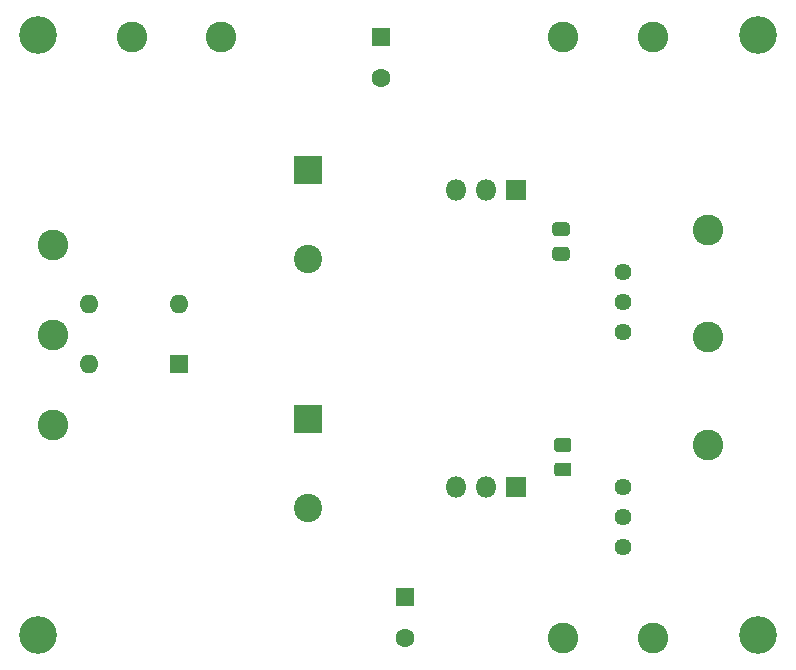
<source format=gbr>
G04 #@! TF.GenerationSoftware,KiCad,Pcbnew,(5.1.8-0-10_14)*
G04 #@! TF.CreationDate,2020-11-13T17:03:07+01:00*
G04 #@! TF.ProjectId,lv-lownoise-psu,6c762d6c-6f77-46e6-9f69-73652d707375,rev?*
G04 #@! TF.SameCoordinates,Original*
G04 #@! TF.FileFunction,Soldermask,Bot*
G04 #@! TF.FilePolarity,Negative*
%FSLAX46Y46*%
G04 Gerber Fmt 4.6, Leading zero omitted, Abs format (unit mm)*
G04 Created by KiCad (PCBNEW (5.1.8-0-10_14)) date 2020-11-13 17:03:07*
%MOMM*%
%LPD*%
G01*
G04 APERTURE LIST*
%ADD10C,1.600000*%
%ADD11R,1.600000X1.600000*%
%ADD12C,2.400000*%
%ADD13R,2.400000X2.400000*%
%ADD14O,1.600000X1.600000*%
%ADD15C,2.600000*%
%ADD16O,1.800000X1.800000*%
%ADD17R,1.800000X1.800000*%
%ADD18C,1.440000*%
%ADD19C,3.200000*%
G04 APERTURE END LIST*
D10*
X116205000Y-87884000D03*
D11*
X116205000Y-84384000D03*
D10*
X114173000Y-40457000D03*
D11*
X114173000Y-36957000D03*
D12*
X107950000Y-76835000D03*
D13*
X107950000Y-69335000D03*
D12*
X107950000Y-55760000D03*
D13*
X107950000Y-48260000D03*
D11*
X97028000Y-64643000D03*
D14*
X89408000Y-59563000D03*
X97028000Y-59563000D03*
X89408000Y-64643000D03*
D15*
X129540000Y-87884000D03*
X137160000Y-87884000D03*
X93091000Y-36957000D03*
X100584000Y-36957000D03*
X137160000Y-36957000D03*
X129540000Y-36957000D03*
D16*
X120459500Y-75120500D03*
X122999500Y-75120500D03*
D17*
X125539500Y-75120500D03*
D16*
X120523000Y-49974500D03*
X123063000Y-49974500D03*
D17*
X125603000Y-49974500D03*
D18*
X134670800Y-80137000D03*
X134670800Y-77597000D03*
X134670800Y-75057000D03*
X134620000Y-61976000D03*
X134620000Y-59436000D03*
X134620000Y-56896000D03*
D15*
X141859000Y-71501000D03*
X141859000Y-62357000D03*
X141859000Y-53340000D03*
X86360000Y-54610000D03*
X86360000Y-62230000D03*
X86360000Y-69850000D03*
D19*
X146050000Y-36830000D03*
X146050000Y-87630000D03*
X85090000Y-87630000D03*
X85090000Y-36830000D03*
G36*
G01*
X130015000Y-72117800D02*
X129065000Y-72117800D01*
G75*
G02*
X128815000Y-71867800I0J250000D01*
G01*
X128815000Y-71192800D01*
G75*
G02*
X129065000Y-70942800I250000J0D01*
G01*
X130015000Y-70942800D01*
G75*
G02*
X130265000Y-71192800I0J-250000D01*
G01*
X130265000Y-71867800D01*
G75*
G02*
X130015000Y-72117800I-250000J0D01*
G01*
G37*
G36*
G01*
X130015000Y-74192800D02*
X129065000Y-74192800D01*
G75*
G02*
X128815000Y-73942800I0J250000D01*
G01*
X128815000Y-73267800D01*
G75*
G02*
X129065000Y-73017800I250000J0D01*
G01*
X130015000Y-73017800D01*
G75*
G02*
X130265000Y-73267800I0J-250000D01*
G01*
X130265000Y-73942800D01*
G75*
G02*
X130015000Y-74192800I-250000J0D01*
G01*
G37*
G36*
G01*
X128912600Y-54755200D02*
X129862600Y-54755200D01*
G75*
G02*
X130112600Y-55005200I0J-250000D01*
G01*
X130112600Y-55680200D01*
G75*
G02*
X129862600Y-55930200I-250000J0D01*
G01*
X128912600Y-55930200D01*
G75*
G02*
X128662600Y-55680200I0J250000D01*
G01*
X128662600Y-55005200D01*
G75*
G02*
X128912600Y-54755200I250000J0D01*
G01*
G37*
G36*
G01*
X128912600Y-52680200D02*
X129862600Y-52680200D01*
G75*
G02*
X130112600Y-52930200I0J-250000D01*
G01*
X130112600Y-53605200D01*
G75*
G02*
X129862600Y-53855200I-250000J0D01*
G01*
X128912600Y-53855200D01*
G75*
G02*
X128662600Y-53605200I0J250000D01*
G01*
X128662600Y-52930200D01*
G75*
G02*
X128912600Y-52680200I250000J0D01*
G01*
G37*
M02*

</source>
